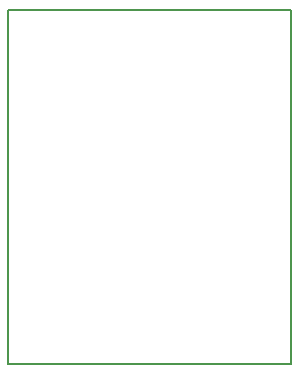
<source format=gbr>
G04 DipTrace 3.3.1.3*
G04 BoardOutline.gbr*
%MOMM*%
G04 #@! TF.FileFunction,Profile*
G04 #@! TF.Part,Single*
%ADD11C,0.14*%
%FSLAX35Y35*%
G04*
G71*
G90*
G75*
G01*
G04 BoardOutline*
%LPD*%
X0Y3000000D2*
D11*
Y0D1*
X2400000D1*
Y3000000D1*
X0D1*
M02*

</source>
